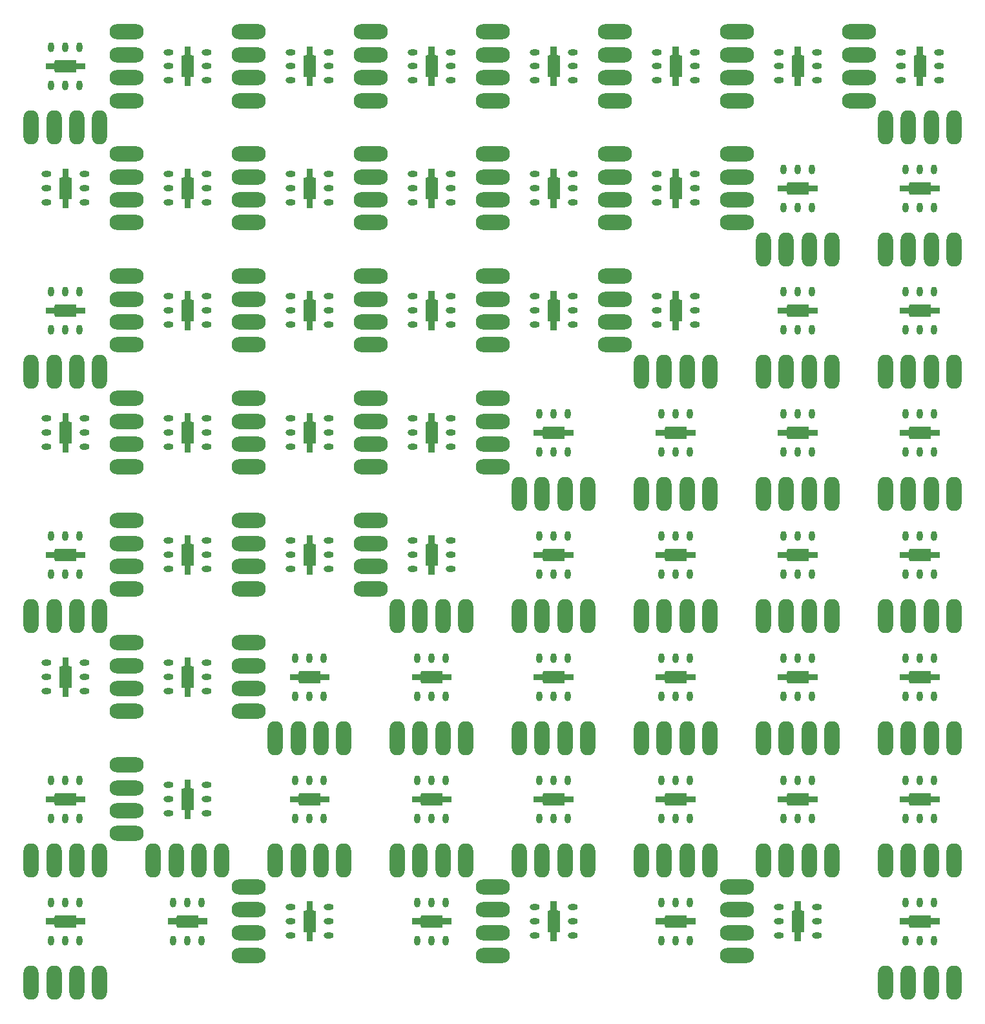
<source format=gtp>
G04 DipTrace 2.4.0.2*
%IN64xAPA102x16mm.gtp*%
%MOMM*%
%ADD16O,2.0X4.5*%
%ADD19O,0.8X1.3*%
%ADD21O,1.3X0.8*%
%ADD22O,4.5X2.0*%
%FSLAX53Y53*%
G04*
G71*
G90*
G75*
G01*
%LNTopPaste*%
%LPD*%
D16*
X131500Y10000D3*
X134500D3*
X128500D3*
X125500D3*
D19*
X16150Y15500D3*
X18000D3*
X19850D3*
Y20500D3*
X18000D3*
X16150D3*
G36*
X20600Y18400D2*
Y17600D1*
X19450D1*
X19400Y17200D1*
X16600D1*
X16550Y17600D1*
X15400D1*
Y18400D1*
X16550D1*
X16600Y18800D1*
X19400D1*
X19450Y18400D1*
X20600D1*
G37*
D16*
X19500Y10000D3*
X22500D3*
X16500D3*
X13500D3*
D19*
X16150Y31500D3*
X18000D3*
X19850D3*
Y36500D3*
X18000D3*
X16150D3*
G36*
X20600Y34400D2*
Y33600D1*
X19450D1*
X19400Y33200D1*
X16600D1*
X16550Y33600D1*
X15400D1*
Y34400D1*
X16550D1*
X16600Y34800D1*
X19400D1*
X19450Y34400D1*
X20600D1*
G37*
D16*
X19500Y26000D3*
X22500D3*
X16500D3*
X13500D3*
D21*
X31500Y35850D3*
Y34000D3*
Y32150D3*
X36500D3*
Y34000D3*
Y35850D3*
G36*
X34400Y31400D2*
X33600D1*
Y32550D1*
X33200Y32600D1*
Y35400D1*
X33600Y35450D1*
Y36600D1*
X34400D1*
Y35450D1*
X34800Y35400D1*
Y32600D1*
X34400Y32550D1*
Y31400D1*
G37*
D22*
X26000Y32500D3*
Y29500D3*
Y35500D3*
Y38500D3*
D19*
X35850Y20500D3*
X34000D3*
X32150D3*
Y15500D3*
X34000D3*
X35850D3*
G36*
X31400Y17600D2*
Y18400D1*
X32550D1*
X32600Y18800D1*
X35400D1*
X35450Y18400D1*
X36600D1*
Y17600D1*
X35450D1*
X35400Y17200D1*
X32600D1*
X32550Y17600D1*
X31400D1*
G37*
D16*
X32500Y26000D3*
X29500D3*
X35500D3*
X38500D3*
D21*
X47500Y19850D3*
Y18000D3*
Y16150D3*
X52500D3*
Y18000D3*
Y19850D3*
G36*
X50400Y15400D2*
X49600D1*
Y16550D1*
X49200Y16600D1*
Y19400D1*
X49600Y19450D1*
Y20600D1*
X50400D1*
Y19450D1*
X50800Y19400D1*
Y16600D1*
X50400Y16550D1*
Y15400D1*
G37*
D22*
X42000Y16500D3*
Y13500D3*
Y19500D3*
Y22500D3*
D19*
X48150Y31500D3*
X50000D3*
X51850D3*
Y36500D3*
X50000D3*
X48150D3*
G36*
X52600Y34400D2*
Y33600D1*
X51450D1*
X51400Y33200D1*
X48600D1*
X48550Y33600D1*
X47400D1*
Y34400D1*
X48550D1*
X48600Y34800D1*
X51400D1*
X51450Y34400D1*
X52600D1*
G37*
D16*
X51500Y26000D3*
X54500D3*
X48500D3*
X45500D3*
D19*
X48150Y47500D3*
X50000D3*
X51850D3*
Y52500D3*
X50000D3*
X48150D3*
G36*
X52600Y50400D2*
Y49600D1*
X51450D1*
X51400Y49200D1*
X48600D1*
X48550Y49600D1*
X47400D1*
Y50400D1*
X48550D1*
X48600Y50800D1*
X51400D1*
X51450Y50400D1*
X52600D1*
G37*
D16*
X51500Y42000D3*
X54500D3*
X48500D3*
X45500D3*
D21*
X36500Y48150D3*
Y50000D3*
Y51850D3*
X31500D3*
Y50000D3*
Y48150D3*
G36*
X33600Y52600D2*
X34400D1*
Y51450D1*
X34800Y51400D1*
Y48600D1*
X34400Y48550D1*
Y47400D1*
X33600D1*
Y48550D1*
X33200Y48600D1*
Y51400D1*
X33600Y51450D1*
Y52600D1*
G37*
D22*
X42000Y51500D3*
Y54500D3*
Y48500D3*
Y45500D3*
D21*
X20500Y48150D3*
Y50000D3*
Y51850D3*
X15500D3*
Y50000D3*
Y48150D3*
G36*
X17600Y52600D2*
X18400D1*
Y51450D1*
X18800Y51400D1*
Y48600D1*
X18400Y48550D1*
Y47400D1*
X17600D1*
Y48550D1*
X17200Y48600D1*
Y51400D1*
X17600Y51450D1*
Y52600D1*
G37*
D22*
X26000Y51500D3*
Y54500D3*
Y48500D3*
Y45500D3*
D19*
X16150Y63500D3*
X18000D3*
X19850D3*
Y68500D3*
X18000D3*
X16150D3*
G36*
X20600Y66400D2*
Y65600D1*
X19450D1*
X19400Y65200D1*
X16600D1*
X16550Y65600D1*
X15400D1*
Y66400D1*
X16550D1*
X16600Y66800D1*
X19400D1*
X19450Y66400D1*
X20600D1*
G37*
D16*
X19500Y58000D3*
X22500D3*
X16500D3*
X13500D3*
D21*
X31500Y67850D3*
Y66000D3*
Y64150D3*
X36500D3*
Y66000D3*
Y67850D3*
G36*
X34400Y63400D2*
X33600D1*
Y64550D1*
X33200Y64600D1*
Y67400D1*
X33600Y67450D1*
Y68600D1*
X34400D1*
Y67450D1*
X34800Y67400D1*
Y64600D1*
X34400Y64550D1*
Y63400D1*
G37*
D22*
X26000Y64500D3*
Y61500D3*
Y67500D3*
Y70500D3*
D21*
X47500Y67850D3*
Y66000D3*
Y64150D3*
X52500D3*
Y66000D3*
Y67850D3*
G36*
X50400Y63400D2*
X49600D1*
Y64550D1*
X49200Y64600D1*
Y67400D1*
X49600Y67450D1*
Y68600D1*
X50400D1*
Y67450D1*
X50800Y67400D1*
Y64600D1*
X50400Y64550D1*
Y63400D1*
G37*
D22*
X42000Y64500D3*
Y61500D3*
Y67500D3*
Y70500D3*
D21*
X63500Y67850D3*
Y66000D3*
Y64150D3*
X68500D3*
Y66000D3*
Y67850D3*
G36*
X66400Y63400D2*
X65600D1*
Y64550D1*
X65200Y64600D1*
Y67400D1*
X65600Y67450D1*
Y68600D1*
X66400D1*
Y67450D1*
X66800Y67400D1*
Y64600D1*
X66400Y64550D1*
Y63400D1*
G37*
D22*
X58000Y64500D3*
Y61500D3*
Y67500D3*
Y70500D3*
D19*
X67850Y52500D3*
X66000D3*
X64150D3*
Y47500D3*
X66000D3*
X67850D3*
G36*
X63400Y49600D2*
Y50400D1*
X64550D1*
X64600Y50800D1*
X67400D1*
X67450Y50400D1*
X68600D1*
Y49600D1*
X67450D1*
X67400Y49200D1*
X64600D1*
X64550Y49600D1*
X63400D1*
G37*
D16*
X64500Y58000D3*
X61500D3*
X67500D3*
X70500D3*
D19*
X67850Y36500D3*
X66000D3*
X64150D3*
Y31500D3*
X66000D3*
X67850D3*
G36*
X63400Y33600D2*
Y34400D1*
X64550D1*
X64600Y34800D1*
X67400D1*
X67450Y34400D1*
X68600D1*
Y33600D1*
X67450D1*
X67400Y33200D1*
X64600D1*
X64550Y33600D1*
X63400D1*
G37*
D16*
X64500Y42000D3*
X61500D3*
X67500D3*
X70500D3*
D19*
X67850Y20500D3*
X66000D3*
X64150D3*
Y15500D3*
X66000D3*
X67850D3*
G36*
X63400Y17600D2*
Y18400D1*
X64550D1*
X64600Y18800D1*
X67400D1*
X67450Y18400D1*
X68600D1*
Y17600D1*
X67450D1*
X67400Y17200D1*
X64600D1*
X64550Y17600D1*
X63400D1*
G37*
D16*
X64500Y26000D3*
X61500D3*
X67500D3*
X70500D3*
D21*
X79500Y19850D3*
Y18000D3*
Y16150D3*
X84500D3*
Y18000D3*
Y19850D3*
G36*
X82400Y15400D2*
X81600D1*
Y16550D1*
X81200Y16600D1*
Y19400D1*
X81600Y19450D1*
Y20600D1*
X82400D1*
Y19450D1*
X82800Y19400D1*
Y16600D1*
X82400Y16550D1*
Y15400D1*
G37*
D22*
X74000Y16500D3*
Y13500D3*
Y19500D3*
Y22500D3*
D19*
X80150Y31500D3*
X82000D3*
X83850D3*
Y36500D3*
X82000D3*
X80150D3*
G36*
X84600Y34400D2*
Y33600D1*
X83450D1*
X83400Y33200D1*
X80600D1*
X80550Y33600D1*
X79400D1*
Y34400D1*
X80550D1*
X80600Y34800D1*
X83400D1*
X83450Y34400D1*
X84600D1*
G37*
D16*
X83500Y26000D3*
X86500D3*
X80500D3*
X77500D3*
D19*
X80150Y47500D3*
X82000D3*
X83850D3*
Y52500D3*
X82000D3*
X80150D3*
G36*
X84600Y50400D2*
Y49600D1*
X83450D1*
X83400Y49200D1*
X80600D1*
X80550Y49600D1*
X79400D1*
Y50400D1*
X80550D1*
X80600Y50800D1*
X83400D1*
X83450Y50400D1*
X84600D1*
G37*
D16*
X83500Y42000D3*
X86500D3*
X80500D3*
X77500D3*
D19*
X80150Y63500D3*
X82000D3*
X83850D3*
Y68500D3*
X82000D3*
X80150D3*
G36*
X84600Y66400D2*
Y65600D1*
X83450D1*
X83400Y65200D1*
X80600D1*
X80550Y65600D1*
X79400D1*
Y66400D1*
X80550D1*
X80600Y66800D1*
X83400D1*
X83450Y66400D1*
X84600D1*
G37*
D16*
X83500Y58000D3*
X86500D3*
X80500D3*
X77500D3*
D19*
X80150Y79500D3*
X82000D3*
X83850D3*
Y84500D3*
X82000D3*
X80150D3*
G36*
X84600Y82400D2*
Y81600D1*
X83450D1*
X83400Y81200D1*
X80600D1*
X80550Y81600D1*
X79400D1*
Y82400D1*
X80550D1*
X80600Y82800D1*
X83400D1*
X83450Y82400D1*
X84600D1*
G37*
D16*
X83500Y74000D3*
X86500D3*
X80500D3*
X77500D3*
D21*
X68500Y80150D3*
Y82000D3*
Y83850D3*
X63500D3*
Y82000D3*
Y80150D3*
G36*
X65600Y84600D2*
X66400D1*
Y83450D1*
X66800Y83400D1*
Y80600D1*
X66400Y80550D1*
Y79400D1*
X65600D1*
Y80550D1*
X65200Y80600D1*
Y83400D1*
X65600Y83450D1*
Y84600D1*
G37*
D22*
X74000Y83500D3*
Y86500D3*
Y80500D3*
Y77500D3*
D21*
X52500Y80150D3*
Y82000D3*
Y83850D3*
X47500D3*
Y82000D3*
Y80150D3*
G36*
X49600Y84600D2*
X50400D1*
Y83450D1*
X50800Y83400D1*
Y80600D1*
X50400Y80550D1*
Y79400D1*
X49600D1*
Y80550D1*
X49200Y80600D1*
Y83400D1*
X49600Y83450D1*
Y84600D1*
G37*
D22*
X58000Y83500D3*
Y86500D3*
Y80500D3*
Y77500D3*
D21*
X36500Y80150D3*
Y82000D3*
Y83850D3*
X31500D3*
Y82000D3*
Y80150D3*
G36*
X33600Y84600D2*
X34400D1*
Y83450D1*
X34800Y83400D1*
Y80600D1*
X34400Y80550D1*
Y79400D1*
X33600D1*
Y80550D1*
X33200Y80600D1*
Y83400D1*
X33600Y83450D1*
Y84600D1*
G37*
D22*
X42000Y83500D3*
Y86500D3*
Y80500D3*
Y77500D3*
D21*
X20500Y80150D3*
Y82000D3*
Y83850D3*
X15500D3*
Y82000D3*
Y80150D3*
G36*
X17600Y84600D2*
X18400D1*
Y83450D1*
X18800Y83400D1*
Y80600D1*
X18400Y80550D1*
Y79400D1*
X17600D1*
Y80550D1*
X17200Y80600D1*
Y83400D1*
X17600Y83450D1*
Y84600D1*
G37*
D22*
X26000Y83500D3*
Y86500D3*
Y80500D3*
Y77500D3*
D19*
X16150Y95500D3*
X18000D3*
X19850D3*
Y100500D3*
X18000D3*
X16150D3*
G36*
X20600Y98400D2*
Y97600D1*
X19450D1*
X19400Y97200D1*
X16600D1*
X16550Y97600D1*
X15400D1*
Y98400D1*
X16550D1*
X16600Y98800D1*
X19400D1*
X19450Y98400D1*
X20600D1*
G37*
D16*
X19500Y90000D3*
X22500D3*
X16500D3*
X13500D3*
D21*
X31500Y99850D3*
Y98000D3*
Y96150D3*
X36500D3*
Y98000D3*
Y99850D3*
G36*
X34400Y95400D2*
X33600D1*
Y96550D1*
X33200Y96600D1*
Y99400D1*
X33600Y99450D1*
Y100600D1*
X34400D1*
Y99450D1*
X34800Y99400D1*
Y96600D1*
X34400Y96550D1*
Y95400D1*
G37*
D22*
X26000Y96500D3*
Y93500D3*
Y99500D3*
Y102500D3*
D21*
X47500Y99850D3*
Y98000D3*
Y96150D3*
X52500D3*
Y98000D3*
Y99850D3*
G36*
X50400Y95400D2*
X49600D1*
Y96550D1*
X49200Y96600D1*
Y99400D1*
X49600Y99450D1*
Y100600D1*
X50400D1*
Y99450D1*
X50800Y99400D1*
Y96600D1*
X50400Y96550D1*
Y95400D1*
G37*
D22*
X42000Y96500D3*
Y93500D3*
Y99500D3*
Y102500D3*
D21*
X63500Y99850D3*
Y98000D3*
Y96150D3*
X68500D3*
Y98000D3*
Y99850D3*
G36*
X66400Y95400D2*
X65600D1*
Y96550D1*
X65200Y96600D1*
Y99400D1*
X65600Y99450D1*
Y100600D1*
X66400D1*
Y99450D1*
X66800Y99400D1*
Y96600D1*
X66400Y96550D1*
Y95400D1*
G37*
D22*
X58000Y96500D3*
Y93500D3*
Y99500D3*
Y102500D3*
D21*
X79500Y99850D3*
Y98000D3*
Y96150D3*
X84500D3*
Y98000D3*
Y99850D3*
G36*
X82400Y95400D2*
X81600D1*
Y96550D1*
X81200Y96600D1*
Y99400D1*
X81600Y99450D1*
Y100600D1*
X82400D1*
Y99450D1*
X82800Y99400D1*
Y96600D1*
X82400Y96550D1*
Y95400D1*
G37*
D22*
X74000Y96500D3*
Y93500D3*
Y99500D3*
Y102500D3*
D21*
X95500Y99850D3*
Y98000D3*
Y96150D3*
X100500D3*
Y98000D3*
Y99850D3*
G36*
X98400Y95400D2*
X97600D1*
Y96550D1*
X97200Y96600D1*
Y99400D1*
X97600Y99450D1*
Y100600D1*
X98400D1*
Y99450D1*
X98800Y99400D1*
Y96600D1*
X98400Y96550D1*
Y95400D1*
G37*
D22*
X90000Y96500D3*
Y93500D3*
Y99500D3*
Y102500D3*
D19*
X99850Y84500D3*
X98000D3*
X96150D3*
Y79500D3*
X98000D3*
X99850D3*
G36*
X95400Y81600D2*
Y82400D1*
X96550D1*
X96600Y82800D1*
X99400D1*
X99450Y82400D1*
X100600D1*
Y81600D1*
X99450D1*
X99400Y81200D1*
X96600D1*
X96550Y81600D1*
X95400D1*
G37*
D16*
X96500Y90000D3*
X93500D3*
X99500D3*
X102500D3*
D19*
X99850Y68500D3*
X98000D3*
X96150D3*
Y63500D3*
X98000D3*
X99850D3*
G36*
X95400Y65600D2*
Y66400D1*
X96550D1*
X96600Y66800D1*
X99400D1*
X99450Y66400D1*
X100600D1*
Y65600D1*
X99450D1*
X99400Y65200D1*
X96600D1*
X96550Y65600D1*
X95400D1*
G37*
D16*
X96500Y74000D3*
X93500D3*
X99500D3*
X102500D3*
D19*
X99850Y52500D3*
X98000D3*
X96150D3*
Y47500D3*
X98000D3*
X99850D3*
G36*
X95400Y49600D2*
Y50400D1*
X96550D1*
X96600Y50800D1*
X99400D1*
X99450Y50400D1*
X100600D1*
Y49600D1*
X99450D1*
X99400Y49200D1*
X96600D1*
X96550Y49600D1*
X95400D1*
G37*
D16*
X96500Y58000D3*
X93500D3*
X99500D3*
X102500D3*
D19*
X99850Y36500D3*
X98000D3*
X96150D3*
Y31500D3*
X98000D3*
X99850D3*
G36*
X95400Y33600D2*
Y34400D1*
X96550D1*
X96600Y34800D1*
X99400D1*
X99450Y34400D1*
X100600D1*
Y33600D1*
X99450D1*
X99400Y33200D1*
X96600D1*
X96550Y33600D1*
X95400D1*
G37*
D16*
X96500Y42000D3*
X93500D3*
X99500D3*
X102500D3*
D19*
X99850Y20500D3*
X98000D3*
X96150D3*
Y15500D3*
X98000D3*
X99850D3*
G36*
X95400Y17600D2*
Y18400D1*
X96550D1*
X96600Y18800D1*
X99400D1*
X99450Y18400D1*
X100600D1*
Y17600D1*
X99450D1*
X99400Y17200D1*
X96600D1*
X96550Y17600D1*
X95400D1*
G37*
D16*
X96500Y26000D3*
X93500D3*
X99500D3*
X102500D3*
D21*
X111500Y19850D3*
Y18000D3*
Y16150D3*
X116500D3*
Y18000D3*
Y19850D3*
G36*
X114400Y15400D2*
X113600D1*
Y16550D1*
X113200Y16600D1*
Y19400D1*
X113600Y19450D1*
Y20600D1*
X114400D1*
Y19450D1*
X114800Y19400D1*
Y16600D1*
X114400Y16550D1*
Y15400D1*
G37*
D22*
X106000Y16500D3*
Y13500D3*
Y19500D3*
Y22500D3*
D19*
X112150Y31500D3*
X114000D3*
X115850D3*
Y36500D3*
X114000D3*
X112150D3*
G36*
X116600Y34400D2*
Y33600D1*
X115450D1*
X115400Y33200D1*
X112600D1*
X112550Y33600D1*
X111400D1*
Y34400D1*
X112550D1*
X112600Y34800D1*
X115400D1*
X115450Y34400D1*
X116600D1*
G37*
D16*
X115500Y26000D3*
X118500D3*
X112500D3*
X109500D3*
D19*
X112150Y47500D3*
X114000D3*
X115850D3*
Y52500D3*
X114000D3*
X112150D3*
G36*
X116600Y50400D2*
Y49600D1*
X115450D1*
X115400Y49200D1*
X112600D1*
X112550Y49600D1*
X111400D1*
Y50400D1*
X112550D1*
X112600Y50800D1*
X115400D1*
X115450Y50400D1*
X116600D1*
G37*
D16*
X115500Y42000D3*
X118500D3*
X112500D3*
X109500D3*
D19*
X112150Y63500D3*
X114000D3*
X115850D3*
Y68500D3*
X114000D3*
X112150D3*
G36*
X116600Y66400D2*
Y65600D1*
X115450D1*
X115400Y65200D1*
X112600D1*
X112550Y65600D1*
X111400D1*
Y66400D1*
X112550D1*
X112600Y66800D1*
X115400D1*
X115450Y66400D1*
X116600D1*
G37*
D16*
X115500Y58000D3*
X118500D3*
X112500D3*
X109500D3*
D19*
X112150Y79500D3*
X114000D3*
X115850D3*
Y84500D3*
X114000D3*
X112150D3*
G36*
X116600Y82400D2*
Y81600D1*
X115450D1*
X115400Y81200D1*
X112600D1*
X112550Y81600D1*
X111400D1*
Y82400D1*
X112550D1*
X112600Y82800D1*
X115400D1*
X115450Y82400D1*
X116600D1*
G37*
D16*
X115500Y74000D3*
X118500D3*
X112500D3*
X109500D3*
D19*
X112150Y95500D3*
X114000D3*
X115850D3*
Y100500D3*
X114000D3*
X112150D3*
G36*
X116600Y98400D2*
Y97600D1*
X115450D1*
X115400Y97200D1*
X112600D1*
X112550Y97600D1*
X111400D1*
Y98400D1*
X112550D1*
X112600Y98800D1*
X115400D1*
X115450Y98400D1*
X116600D1*
G37*
D16*
X115500Y90000D3*
X118500D3*
X112500D3*
X109500D3*
D19*
X112150Y111500D3*
X114000D3*
X115850D3*
Y116500D3*
X114000D3*
X112150D3*
G36*
X116600Y114400D2*
Y113600D1*
X115450D1*
X115400Y113200D1*
X112600D1*
X112550Y113600D1*
X111400D1*
Y114400D1*
X112550D1*
X112600Y114800D1*
X115400D1*
X115450Y114400D1*
X116600D1*
G37*
D16*
X115500Y106000D3*
X118500D3*
X112500D3*
X109500D3*
D21*
X100500Y112150D3*
Y114000D3*
Y115850D3*
X95500D3*
Y114000D3*
Y112150D3*
G36*
X97600Y116600D2*
X98400D1*
Y115450D1*
X98800Y115400D1*
Y112600D1*
X98400Y112550D1*
Y111400D1*
X97600D1*
Y112550D1*
X97200Y112600D1*
Y115400D1*
X97600Y115450D1*
Y116600D1*
G37*
D22*
X106000Y115500D3*
Y118500D3*
Y112500D3*
Y109500D3*
D21*
X84500Y112150D3*
Y114000D3*
Y115850D3*
X79500D3*
Y114000D3*
Y112150D3*
G36*
X81600Y116600D2*
X82400D1*
Y115450D1*
X82800Y115400D1*
Y112600D1*
X82400Y112550D1*
Y111400D1*
X81600D1*
Y112550D1*
X81200Y112600D1*
Y115400D1*
X81600Y115450D1*
Y116600D1*
G37*
D22*
X90000Y115500D3*
Y118500D3*
Y112500D3*
Y109500D3*
D21*
X68500Y112150D3*
Y114000D3*
Y115850D3*
X63500D3*
Y114000D3*
Y112150D3*
G36*
X65600Y116600D2*
X66400D1*
Y115450D1*
X66800Y115400D1*
Y112600D1*
X66400Y112550D1*
Y111400D1*
X65600D1*
Y112550D1*
X65200Y112600D1*
Y115400D1*
X65600Y115450D1*
Y116600D1*
G37*
D22*
X74000Y115500D3*
Y118500D3*
Y112500D3*
Y109500D3*
D21*
X52500Y112150D3*
Y114000D3*
Y115850D3*
X47500D3*
Y114000D3*
Y112150D3*
G36*
X49600Y116600D2*
X50400D1*
Y115450D1*
X50800Y115400D1*
Y112600D1*
X50400Y112550D1*
Y111400D1*
X49600D1*
Y112550D1*
X49200Y112600D1*
Y115400D1*
X49600Y115450D1*
Y116600D1*
G37*
D22*
X58000Y115500D3*
Y118500D3*
Y112500D3*
Y109500D3*
D21*
X36500Y112150D3*
Y114000D3*
Y115850D3*
X31500D3*
Y114000D3*
Y112150D3*
G36*
X33600Y116600D2*
X34400D1*
Y115450D1*
X34800Y115400D1*
Y112600D1*
X34400Y112550D1*
Y111400D1*
X33600D1*
Y112550D1*
X33200Y112600D1*
Y115400D1*
X33600Y115450D1*
Y116600D1*
G37*
D22*
X42000Y115500D3*
Y118500D3*
Y112500D3*
Y109500D3*
D21*
X20500Y112150D3*
Y114000D3*
Y115850D3*
X15500D3*
Y114000D3*
Y112150D3*
G36*
X17600Y116600D2*
X18400D1*
Y115450D1*
X18800Y115400D1*
Y112600D1*
X18400Y112550D1*
Y111400D1*
X17600D1*
Y112550D1*
X17200Y112600D1*
Y115400D1*
X17600Y115450D1*
Y116600D1*
G37*
D22*
X26000Y115500D3*
Y118500D3*
Y112500D3*
Y109500D3*
D19*
X16150Y127500D3*
X18000D3*
X19850D3*
Y132500D3*
X18000D3*
X16150D3*
G36*
X20600Y130400D2*
Y129600D1*
X19450D1*
X19400Y129200D1*
X16600D1*
X16550Y129600D1*
X15400D1*
Y130400D1*
X16550D1*
X16600Y130800D1*
X19400D1*
X19450Y130400D1*
X20600D1*
G37*
D16*
X19500Y122000D3*
X22500D3*
X16500D3*
X13500D3*
D21*
X31500Y131850D3*
Y130000D3*
Y128150D3*
X36500D3*
Y130000D3*
Y131850D3*
G36*
X34400Y127400D2*
X33600D1*
Y128550D1*
X33200Y128600D1*
Y131400D1*
X33600Y131450D1*
Y132600D1*
X34400D1*
Y131450D1*
X34800Y131400D1*
Y128600D1*
X34400Y128550D1*
Y127400D1*
G37*
D22*
X26000Y128500D3*
Y125500D3*
Y131500D3*
Y134500D3*
D21*
X47500Y131850D3*
Y130000D3*
Y128150D3*
X52500D3*
Y130000D3*
Y131850D3*
G36*
X50400Y127400D2*
X49600D1*
Y128550D1*
X49200Y128600D1*
Y131400D1*
X49600Y131450D1*
Y132600D1*
X50400D1*
Y131450D1*
X50800Y131400D1*
Y128600D1*
X50400Y128550D1*
Y127400D1*
G37*
D22*
X42000Y128500D3*
Y125500D3*
Y131500D3*
Y134500D3*
D21*
X63500Y131850D3*
Y130000D3*
Y128150D3*
X68500D3*
Y130000D3*
Y131850D3*
G36*
X66400Y127400D2*
X65600D1*
Y128550D1*
X65200Y128600D1*
Y131400D1*
X65600Y131450D1*
Y132600D1*
X66400D1*
Y131450D1*
X66800Y131400D1*
Y128600D1*
X66400Y128550D1*
Y127400D1*
G37*
D22*
X58000Y128500D3*
Y125500D3*
Y131500D3*
Y134500D3*
D21*
X79500Y131850D3*
Y130000D3*
Y128150D3*
X84500D3*
Y130000D3*
Y131850D3*
G36*
X82400Y127400D2*
X81600D1*
Y128550D1*
X81200Y128600D1*
Y131400D1*
X81600Y131450D1*
Y132600D1*
X82400D1*
Y131450D1*
X82800Y131400D1*
Y128600D1*
X82400Y128550D1*
Y127400D1*
G37*
D22*
X74000Y128500D3*
Y125500D3*
Y131500D3*
Y134500D3*
D21*
X95500Y131850D3*
Y130000D3*
Y128150D3*
X100500D3*
Y130000D3*
Y131850D3*
G36*
X98400Y127400D2*
X97600D1*
Y128550D1*
X97200Y128600D1*
Y131400D1*
X97600Y131450D1*
Y132600D1*
X98400D1*
Y131450D1*
X98800Y131400D1*
Y128600D1*
X98400Y128550D1*
Y127400D1*
G37*
D22*
X90000Y128500D3*
Y125500D3*
Y131500D3*
Y134500D3*
D21*
X111500Y131850D3*
Y130000D3*
Y128150D3*
X116500D3*
Y130000D3*
Y131850D3*
G36*
X114400Y127400D2*
X113600D1*
Y128550D1*
X113200Y128600D1*
Y131400D1*
X113600Y131450D1*
Y132600D1*
X114400D1*
Y131450D1*
X114800Y131400D1*
Y128600D1*
X114400Y128550D1*
Y127400D1*
G37*
D22*
X106000Y128500D3*
Y125500D3*
Y131500D3*
Y134500D3*
D21*
X127500Y131850D3*
Y130000D3*
Y128150D3*
X132500D3*
Y130000D3*
Y131850D3*
G36*
X130400Y127400D2*
X129600D1*
Y128550D1*
X129200Y128600D1*
Y131400D1*
X129600Y131450D1*
Y132600D1*
X130400D1*
Y131450D1*
X130800Y131400D1*
Y128600D1*
X130400Y128550D1*
Y127400D1*
G37*
D22*
X122000Y128500D3*
Y125500D3*
Y131500D3*
Y134500D3*
D19*
X131850Y116500D3*
X130000D3*
X128150D3*
Y111500D3*
X130000D3*
X131850D3*
G36*
X127400Y113600D2*
Y114400D1*
X128550D1*
X128600Y114800D1*
X131400D1*
X131450Y114400D1*
X132600D1*
Y113600D1*
X131450D1*
X131400Y113200D1*
X128600D1*
X128550Y113600D1*
X127400D1*
G37*
D16*
X128500Y122000D3*
X125500D3*
X131500D3*
X134500D3*
D19*
X131850Y100500D3*
X130000D3*
X128150D3*
Y95500D3*
X130000D3*
X131850D3*
G36*
X127400Y97600D2*
Y98400D1*
X128550D1*
X128600Y98800D1*
X131400D1*
X131450Y98400D1*
X132600D1*
Y97600D1*
X131450D1*
X131400Y97200D1*
X128600D1*
X128550Y97600D1*
X127400D1*
G37*
D16*
X128500Y106000D3*
X125500D3*
X131500D3*
X134500D3*
D19*
X131850Y84500D3*
X130000D3*
X128150D3*
Y79500D3*
X130000D3*
X131850D3*
G36*
X127400Y81600D2*
Y82400D1*
X128550D1*
X128600Y82800D1*
X131400D1*
X131450Y82400D1*
X132600D1*
Y81600D1*
X131450D1*
X131400Y81200D1*
X128600D1*
X128550Y81600D1*
X127400D1*
G37*
D16*
X128500Y90000D3*
X125500D3*
X131500D3*
X134500D3*
D19*
X131850Y68500D3*
X130000D3*
X128150D3*
Y63500D3*
X130000D3*
X131850D3*
G36*
X127400Y65600D2*
Y66400D1*
X128550D1*
X128600Y66800D1*
X131400D1*
X131450Y66400D1*
X132600D1*
Y65600D1*
X131450D1*
X131400Y65200D1*
X128600D1*
X128550Y65600D1*
X127400D1*
G37*
D16*
X128500Y74000D3*
X125500D3*
X131500D3*
X134500D3*
D19*
X131850Y52500D3*
X130000D3*
X128150D3*
Y47500D3*
X130000D3*
X131850D3*
G36*
X127400Y49600D2*
Y50400D1*
X128550D1*
X128600Y50800D1*
X131400D1*
X131450Y50400D1*
X132600D1*
Y49600D1*
X131450D1*
X131400Y49200D1*
X128600D1*
X128550Y49600D1*
X127400D1*
G37*
D16*
X128500Y58000D3*
X125500D3*
X131500D3*
X134500D3*
D19*
X131850Y36500D3*
X130000D3*
X128150D3*
Y31500D3*
X130000D3*
X131850D3*
G36*
X127400Y33600D2*
Y34400D1*
X128550D1*
X128600Y34800D1*
X131400D1*
X131450Y34400D1*
X132600D1*
Y33600D1*
X131450D1*
X131400Y33200D1*
X128600D1*
X128550Y33600D1*
X127400D1*
G37*
D16*
X128500Y42000D3*
X125500D3*
X131500D3*
X134500D3*
D19*
X131850Y20500D3*
X130000D3*
X128150D3*
Y15500D3*
X130000D3*
X131850D3*
G36*
X127400Y17600D2*
Y18400D1*
X128550D1*
X128600Y18800D1*
X131400D1*
X131450Y18400D1*
X132600D1*
Y17600D1*
X131450D1*
X131400Y17200D1*
X128600D1*
X128550Y17600D1*
X127400D1*
G37*
D16*
X128500Y26000D3*
X125500D3*
X131500D3*
X134500D3*
M02*

</source>
